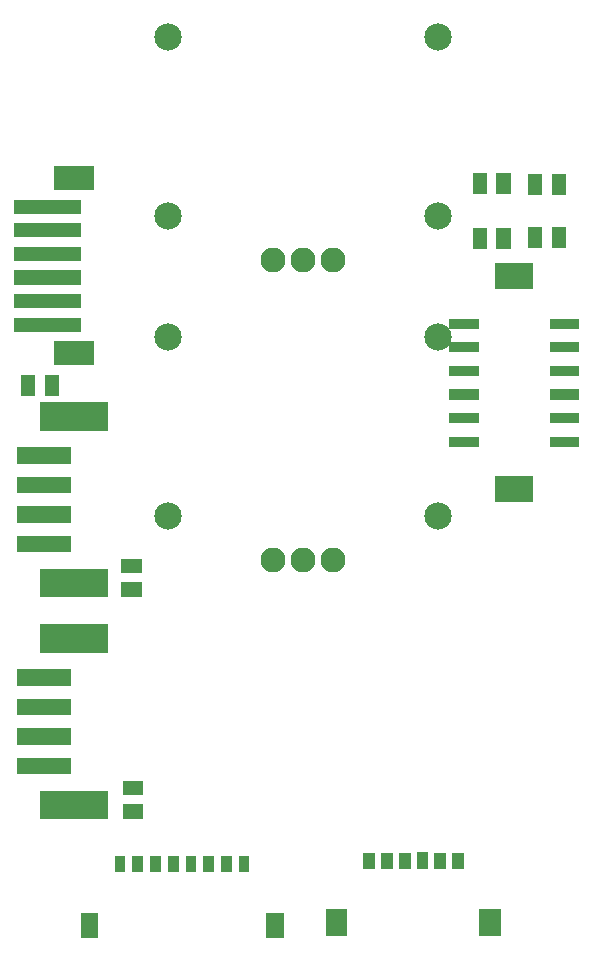
<source format=gbs>
G04 Layer: BottomSolderMaskLayer*
G04 EasyEDA v6.4.17, 2021-03-07T15:12:51--8:00*
G04 6c535f378de342b990020bc8b1c8526d,b5aacd518854429a9b9924e8a25dcfd8,10*
G04 Gerber Generator version 0.2*
G04 Scale: 100 percent, Rotated: No, Reflected: No *
G04 Dimensions in inches *
G04 leading zeros omitted , absolute positions ,3 integer and 6 decimal *
%FSLAX36Y36*%
%MOIN*%

%ADD30C,0.0828*%
%ADD31C,0.0907*%

%LPD*%
G36*
X98254Y539859D02*
G01*
X98254Y594859D01*
X279254Y594859D01*
X279254Y539859D01*
G37*
G36*
X98254Y638259D02*
G01*
X98254Y693259D01*
X279254Y693259D01*
X279254Y638259D01*
G37*
G36*
X98254Y736759D02*
G01*
X98254Y791759D01*
X279254Y791759D01*
X279254Y736759D01*
G37*
G36*
X98254Y835159D02*
G01*
X98254Y890159D01*
X279254Y890159D01*
X279254Y835159D01*
G37*
G36*
X173254Y389959D02*
G01*
X173254Y484959D01*
X401254Y484959D01*
X401254Y389959D01*
G37*
G36*
X173254Y945059D02*
G01*
X173254Y1040059D01*
X401254Y1040059D01*
X401254Y945059D01*
G37*
G36*
X450454Y470659D02*
G01*
X450454Y518059D01*
X519554Y518059D01*
X519554Y470659D01*
G37*
G36*
X450454Y391959D02*
G01*
X450454Y439359D01*
X519554Y439359D01*
X519554Y391959D01*
G37*
G36*
X190654Y1800459D02*
G01*
X190654Y1869559D01*
X238054Y1869559D01*
X238054Y1800459D01*
G37*
G36*
X111954Y1800459D02*
G01*
X111954Y1869559D01*
X159354Y1869559D01*
X159354Y1800459D01*
G37*
G36*
X1880654Y2470459D02*
G01*
X1880654Y2539559D01*
X1928054Y2539559D01*
X1928054Y2470459D01*
G37*
G36*
X1801954Y2470459D02*
G01*
X1801954Y2539559D01*
X1849354Y2539559D01*
X1849354Y2470459D01*
G37*
G36*
X1695654Y2475459D02*
G01*
X1695654Y2544559D01*
X1743054Y2544559D01*
X1743054Y2475459D01*
G37*
G36*
X1616954Y2475459D02*
G01*
X1616954Y2544559D01*
X1664354Y2544559D01*
X1664354Y2475459D01*
G37*
G36*
X1880654Y2295459D02*
G01*
X1880654Y2364559D01*
X1928054Y2364559D01*
X1928054Y2295459D01*
G37*
G36*
X1801954Y2295459D02*
G01*
X1801954Y2364559D01*
X1849354Y2364559D01*
X1849354Y2295459D01*
G37*
G36*
X1695654Y2290459D02*
G01*
X1695654Y2359559D01*
X1743054Y2359559D01*
X1743054Y2290459D01*
G37*
G36*
X1616954Y2290459D02*
G01*
X1616954Y2359559D01*
X1664354Y2359559D01*
X1664354Y2290459D01*
G37*
G36*
X445454Y1210659D02*
G01*
X445454Y1258059D01*
X514554Y1258059D01*
X514554Y1210659D01*
G37*
G36*
X445454Y1131959D02*
G01*
X445454Y1179359D01*
X514554Y1179359D01*
X514554Y1131959D01*
G37*
G36*
X1873054Y1631359D02*
G01*
X1873054Y1664959D01*
X1971554Y1664959D01*
X1971554Y1631359D01*
G37*
G36*
X1538355Y1631359D02*
G01*
X1538355Y1664959D01*
X1636954Y1664959D01*
X1636954Y1631359D01*
G37*
G36*
X1873054Y1710059D02*
G01*
X1873054Y1743659D01*
X1971554Y1743659D01*
X1971554Y1710059D01*
G37*
G36*
X1538355Y1710059D02*
G01*
X1538355Y1743659D01*
X1636954Y1743659D01*
X1636954Y1710059D01*
G37*
G36*
X1873054Y1788859D02*
G01*
X1873054Y1822459D01*
X1971554Y1822459D01*
X1971554Y1788859D01*
G37*
G36*
X1538355Y1788859D02*
G01*
X1538355Y1822459D01*
X1636954Y1822459D01*
X1636954Y1788859D01*
G37*
G36*
X1873054Y1867559D02*
G01*
X1873054Y1901159D01*
X1971554Y1901159D01*
X1971554Y1867559D01*
G37*
G36*
X1538355Y1867559D02*
G01*
X1538355Y1901159D01*
X1636954Y1901159D01*
X1636954Y1867559D01*
G37*
G36*
X1873054Y1946359D02*
G01*
X1873054Y1979859D01*
X1971554Y1979859D01*
X1971554Y1946359D01*
G37*
G36*
X1538355Y1946359D02*
G01*
X1538355Y1979859D01*
X1636954Y1979859D01*
X1636954Y1946359D01*
G37*
G36*
X1873054Y2025059D02*
G01*
X1873054Y2058659D01*
X1971554Y2058659D01*
X1971554Y2025059D01*
G37*
G36*
X1538355Y2025059D02*
G01*
X1538355Y2058659D01*
X1636954Y2058659D01*
X1636954Y2025059D01*
G37*
G36*
X1691954Y2155959D02*
G01*
X1691954Y2242659D01*
X1818054Y2242659D01*
X1818054Y2155959D01*
G37*
G36*
X1691954Y1447259D02*
G01*
X1691954Y1534059D01*
X1818054Y1534059D01*
X1818054Y1447259D01*
G37*
G36*
X88454Y2014459D02*
G01*
X88454Y2061859D01*
X312954Y2061859D01*
X312954Y2014459D01*
G37*
G36*
X88454Y2093159D02*
G01*
X88454Y2140559D01*
X312954Y2140559D01*
X312954Y2093159D01*
G37*
G36*
X88454Y2171959D02*
G01*
X88454Y2219359D01*
X312954Y2219359D01*
X312954Y2171959D01*
G37*
G36*
X88454Y2250659D02*
G01*
X88454Y2298059D01*
X312954Y2298059D01*
X312954Y2250659D01*
G37*
G36*
X88454Y2329459D02*
G01*
X88454Y2376759D01*
X312954Y2376759D01*
X312954Y2329459D01*
G37*
G36*
X88454Y2408159D02*
G01*
X88454Y2455559D01*
X312954Y2455559D01*
X312954Y2408159D01*
G37*
G36*
X222254Y2486859D02*
G01*
X222254Y2565759D01*
X356254Y2565759D01*
X356254Y2486859D01*
G37*
G36*
X222254Y1904259D02*
G01*
X222254Y1983059D01*
X356254Y1983059D01*
X356254Y1904259D01*
G37*
G36*
X837055Y214359D02*
G01*
X837055Y265659D01*
X872654Y265659D01*
X872654Y214359D01*
G37*
G36*
X778054Y214359D02*
G01*
X778054Y265659D01*
X813654Y265659D01*
X813654Y214359D01*
G37*
G36*
X659954Y214359D02*
G01*
X659954Y265659D01*
X695554Y265659D01*
X695554Y214359D01*
G37*
G36*
X718954Y214359D02*
G01*
X718954Y265659D01*
X754555Y265659D01*
X754555Y214359D01*
G37*
G36*
X600854Y214359D02*
G01*
X600854Y265659D01*
X636454Y265659D01*
X636454Y214359D01*
G37*
G36*
X541854Y214359D02*
G01*
X541854Y265659D01*
X577354Y265659D01*
X577354Y214359D01*
G37*
G36*
X482754Y214359D02*
G01*
X482754Y265659D01*
X518354Y265659D01*
X518354Y214359D01*
G37*
G36*
X423654Y214359D02*
G01*
X423654Y265659D01*
X459254Y265659D01*
X459254Y214359D01*
G37*
G36*
X927154Y-6440D02*
G01*
X927154Y76359D01*
X986354Y76359D01*
X986354Y-6440D01*
G37*
G36*
X310054Y-6440D02*
G01*
X310054Y76359D01*
X369254Y76359D01*
X369254Y-6440D01*
G37*
G36*
X1547955Y223259D02*
G01*
X1547955Y278559D01*
X1587455Y278559D01*
X1587455Y223259D01*
G37*
G36*
X1488854Y223259D02*
G01*
X1488854Y278559D01*
X1528355Y278559D01*
X1528355Y223259D01*
G37*
G36*
X1370754Y223259D02*
G01*
X1370754Y278559D01*
X1410254Y278559D01*
X1410254Y223259D01*
G37*
G36*
X1429754Y222959D02*
G01*
X1429754Y278958D01*
X1469354Y278958D01*
X1469354Y222959D01*
G37*
G36*
X1311655Y223259D02*
G01*
X1311655Y278559D01*
X1351255Y278559D01*
X1351255Y223259D01*
G37*
G36*
X1252654Y223259D02*
G01*
X1252654Y278559D01*
X1292154Y278559D01*
X1292154Y223259D01*
G37*
G36*
X1638954Y559D02*
G01*
X1638954Y91259D01*
X1709955Y91259D01*
X1709955Y559D01*
G37*
G36*
X1128554Y559D02*
G01*
X1128554Y91259D01*
X1199654Y91259D01*
X1199654Y559D01*
G37*
G36*
X98254Y1279859D02*
G01*
X98254Y1334859D01*
X279254Y1334859D01*
X279254Y1279859D01*
G37*
G36*
X98254Y1378259D02*
G01*
X98254Y1433259D01*
X279254Y1433259D01*
X279254Y1378259D01*
G37*
G36*
X98254Y1476759D02*
G01*
X98254Y1531759D01*
X279254Y1531759D01*
X279254Y1476759D01*
G37*
G36*
X98254Y1575159D02*
G01*
X98254Y1630159D01*
X279254Y1630159D01*
X279254Y1575159D01*
G37*
G36*
X173254Y1129959D02*
G01*
X173254Y1224959D01*
X401254Y1224959D01*
X401254Y1129959D01*
G37*
G36*
X173254Y1685059D02*
G01*
X173254Y1780059D01*
X401254Y1780059D01*
X401254Y1685059D01*
G37*
D30*
G01*
X1050005Y2255509D03*
G01*
X1150005Y2255509D03*
G01*
X950005Y2255509D03*
D31*
G01*
X600004Y2399999D03*
G01*
X1500005Y2399999D03*
G01*
X1500005Y2998419D03*
G01*
X600004Y2998419D03*
D30*
G01*
X1050005Y1255509D03*
G01*
X1150005Y1255509D03*
G01*
X950005Y1255509D03*
D31*
G01*
X600004Y1399999D03*
G01*
X1500005Y1399999D03*
G01*
X1500005Y1998419D03*
G01*
X600004Y1998419D03*
M02*

</source>
